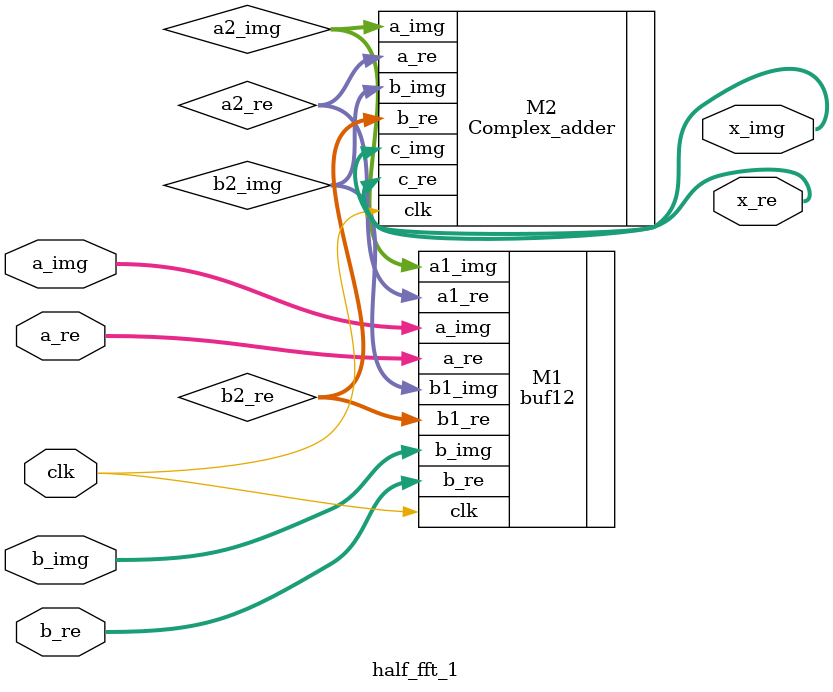
<source format=v>
`timescale 1ns / 1ps
module half_fft_1(
    input [31:0] a_re,
    input [31:0] a_img,
    input [31:0] b_re,
    input [31:0] b_img,
    input clk,
    output [31:0] x_re,
    output [31:0] x_img
    );
wire [31:0] a2_re,a2_img,b2_re,b2_img;
buf12 M1 (.a_re(a_re),.a_img(a_img),.b_re(b_re),.b_img(b_img),.clk(clk),.a1_re(a2_re),.a1_img(a2_img),.b1_re(b2_re),.b1_img(b2_img));
Complex_adder M2 (.a_re(a2_re),.a_img(a2_img),.b_re(b2_re),.b_img(b2_img),.clk(clk),.c_re(x_re),.c_img(x_img));

endmodule

</source>
